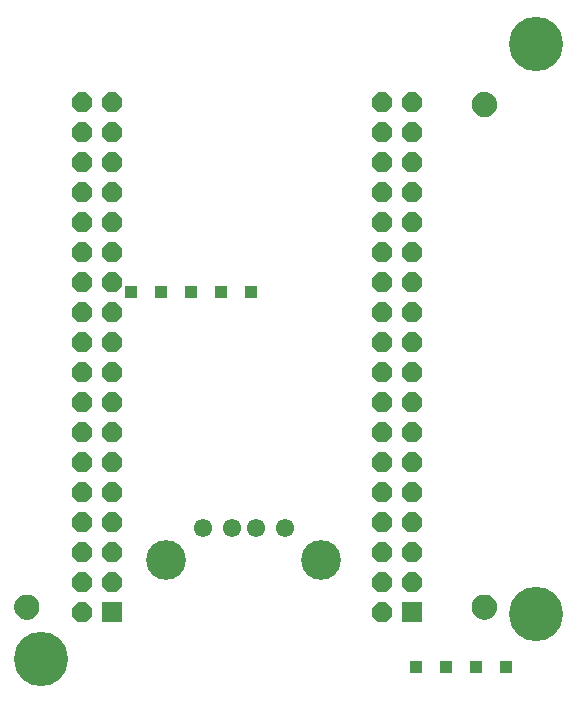
<source format=gbr>
G04 EAGLE Gerber RS-274X export*
G75*
%MOMM*%
%FSLAX34Y34*%
%LPD*%
%INSoldermask Bottom*%
%IPPOS*%
%AMOC8*
5,1,8,0,0,1.08239X$1,22.5*%
G01*
%ADD10R,1.057200X1.057200*%
%ADD11C,1.552400*%
%ADD12C,3.372400*%
%ADD13R,1.676400X1.676400*%
%ADD14P,1.814519X8X112.500000*%
%ADD15C,4.597400*%
%ADD16C,0.609600*%
%ADD17C,1.168400*%


D10*
X107950Y342900D03*
X133350Y342900D03*
X158750Y342900D03*
X184150Y342900D03*
X209550Y342900D03*
D11*
X168200Y142600D03*
X193200Y142600D03*
X213200Y142600D03*
X238200Y142600D03*
D12*
X137500Y115499D03*
X268900Y115499D03*
D10*
X349250Y25400D03*
X374650Y25400D03*
X400050Y25400D03*
X425450Y25400D03*
D13*
X345700Y71800D03*
D14*
X320300Y71800D03*
X345700Y97200D03*
X320300Y97200D03*
X345700Y122600D03*
X320300Y122600D03*
X345700Y148000D03*
X320300Y148000D03*
X345700Y173400D03*
X320300Y173400D03*
X345700Y198800D03*
X320300Y198800D03*
X345700Y224200D03*
X320300Y224200D03*
X345700Y249600D03*
X320300Y249600D03*
X345700Y275000D03*
X320300Y275000D03*
X345700Y300400D03*
X320300Y300400D03*
X345700Y325800D03*
X320300Y325800D03*
X345700Y351200D03*
X320300Y351200D03*
X345700Y376600D03*
X320300Y376600D03*
X345700Y402000D03*
X320300Y402000D03*
X345700Y427400D03*
X320300Y427400D03*
X345700Y452800D03*
X320300Y452800D03*
X345700Y478200D03*
X320300Y478200D03*
X345700Y503600D03*
X320300Y503600D03*
D13*
X91700Y71800D03*
D14*
X66300Y71800D03*
X91700Y97200D03*
X66300Y97200D03*
X91700Y122600D03*
X66300Y122600D03*
X91700Y148000D03*
X66300Y148000D03*
X91700Y173400D03*
X66300Y173400D03*
X91700Y198800D03*
X66300Y198800D03*
X91700Y224200D03*
X66300Y224200D03*
X91700Y249600D03*
X66300Y249600D03*
X91700Y275000D03*
X66300Y275000D03*
X91700Y300400D03*
X66300Y300400D03*
X91700Y325800D03*
X66300Y325800D03*
X91700Y351200D03*
X66300Y351200D03*
X91700Y376600D03*
X66300Y376600D03*
X91700Y402000D03*
X66300Y402000D03*
X91700Y427400D03*
X66300Y427400D03*
X91700Y452800D03*
X66300Y452800D03*
X91700Y478200D03*
X66300Y478200D03*
X91700Y503600D03*
X66300Y503600D03*
D15*
X31750Y31750D03*
X450850Y69850D03*
X450850Y552450D03*
D16*
X11430Y76200D02*
X11432Y76387D01*
X11439Y76574D01*
X11451Y76761D01*
X11467Y76947D01*
X11487Y77133D01*
X11512Y77318D01*
X11542Y77503D01*
X11576Y77687D01*
X11615Y77870D01*
X11658Y78052D01*
X11706Y78232D01*
X11758Y78412D01*
X11815Y78590D01*
X11875Y78767D01*
X11941Y78942D01*
X12010Y79116D01*
X12084Y79288D01*
X12162Y79458D01*
X12244Y79626D01*
X12330Y79792D01*
X12420Y79956D01*
X12514Y80117D01*
X12612Y80277D01*
X12714Y80433D01*
X12820Y80588D01*
X12930Y80739D01*
X13043Y80888D01*
X13160Y81034D01*
X13280Y81177D01*
X13404Y81317D01*
X13531Y81454D01*
X13662Y81588D01*
X13796Y81719D01*
X13933Y81846D01*
X14073Y81970D01*
X14216Y82090D01*
X14362Y82207D01*
X14511Y82320D01*
X14662Y82430D01*
X14817Y82536D01*
X14973Y82638D01*
X15133Y82736D01*
X15294Y82830D01*
X15458Y82920D01*
X15624Y83006D01*
X15792Y83088D01*
X15962Y83166D01*
X16134Y83240D01*
X16308Y83309D01*
X16483Y83375D01*
X16660Y83435D01*
X16838Y83492D01*
X17018Y83544D01*
X17198Y83592D01*
X17380Y83635D01*
X17563Y83674D01*
X17747Y83708D01*
X17932Y83738D01*
X18117Y83763D01*
X18303Y83783D01*
X18489Y83799D01*
X18676Y83811D01*
X18863Y83818D01*
X19050Y83820D01*
X19237Y83818D01*
X19424Y83811D01*
X19611Y83799D01*
X19797Y83783D01*
X19983Y83763D01*
X20168Y83738D01*
X20353Y83708D01*
X20537Y83674D01*
X20720Y83635D01*
X20902Y83592D01*
X21082Y83544D01*
X21262Y83492D01*
X21440Y83435D01*
X21617Y83375D01*
X21792Y83309D01*
X21966Y83240D01*
X22138Y83166D01*
X22308Y83088D01*
X22476Y83006D01*
X22642Y82920D01*
X22806Y82830D01*
X22967Y82736D01*
X23127Y82638D01*
X23283Y82536D01*
X23438Y82430D01*
X23589Y82320D01*
X23738Y82207D01*
X23884Y82090D01*
X24027Y81970D01*
X24167Y81846D01*
X24304Y81719D01*
X24438Y81588D01*
X24569Y81454D01*
X24696Y81317D01*
X24820Y81177D01*
X24940Y81034D01*
X25057Y80888D01*
X25170Y80739D01*
X25280Y80588D01*
X25386Y80433D01*
X25488Y80277D01*
X25586Y80117D01*
X25680Y79956D01*
X25770Y79792D01*
X25856Y79626D01*
X25938Y79458D01*
X26016Y79288D01*
X26090Y79116D01*
X26159Y78942D01*
X26225Y78767D01*
X26285Y78590D01*
X26342Y78412D01*
X26394Y78232D01*
X26442Y78052D01*
X26485Y77870D01*
X26524Y77687D01*
X26558Y77503D01*
X26588Y77318D01*
X26613Y77133D01*
X26633Y76947D01*
X26649Y76761D01*
X26661Y76574D01*
X26668Y76387D01*
X26670Y76200D01*
X26668Y76013D01*
X26661Y75826D01*
X26649Y75639D01*
X26633Y75453D01*
X26613Y75267D01*
X26588Y75082D01*
X26558Y74897D01*
X26524Y74713D01*
X26485Y74530D01*
X26442Y74348D01*
X26394Y74168D01*
X26342Y73988D01*
X26285Y73810D01*
X26225Y73633D01*
X26159Y73458D01*
X26090Y73284D01*
X26016Y73112D01*
X25938Y72942D01*
X25856Y72774D01*
X25770Y72608D01*
X25680Y72444D01*
X25586Y72283D01*
X25488Y72123D01*
X25386Y71967D01*
X25280Y71812D01*
X25170Y71661D01*
X25057Y71512D01*
X24940Y71366D01*
X24820Y71223D01*
X24696Y71083D01*
X24569Y70946D01*
X24438Y70812D01*
X24304Y70681D01*
X24167Y70554D01*
X24027Y70430D01*
X23884Y70310D01*
X23738Y70193D01*
X23589Y70080D01*
X23438Y69970D01*
X23283Y69864D01*
X23127Y69762D01*
X22967Y69664D01*
X22806Y69570D01*
X22642Y69480D01*
X22476Y69394D01*
X22308Y69312D01*
X22138Y69234D01*
X21966Y69160D01*
X21792Y69091D01*
X21617Y69025D01*
X21440Y68965D01*
X21262Y68908D01*
X21082Y68856D01*
X20902Y68808D01*
X20720Y68765D01*
X20537Y68726D01*
X20353Y68692D01*
X20168Y68662D01*
X19983Y68637D01*
X19797Y68617D01*
X19611Y68601D01*
X19424Y68589D01*
X19237Y68582D01*
X19050Y68580D01*
X18863Y68582D01*
X18676Y68589D01*
X18489Y68601D01*
X18303Y68617D01*
X18117Y68637D01*
X17932Y68662D01*
X17747Y68692D01*
X17563Y68726D01*
X17380Y68765D01*
X17198Y68808D01*
X17018Y68856D01*
X16838Y68908D01*
X16660Y68965D01*
X16483Y69025D01*
X16308Y69091D01*
X16134Y69160D01*
X15962Y69234D01*
X15792Y69312D01*
X15624Y69394D01*
X15458Y69480D01*
X15294Y69570D01*
X15133Y69664D01*
X14973Y69762D01*
X14817Y69864D01*
X14662Y69970D01*
X14511Y70080D01*
X14362Y70193D01*
X14216Y70310D01*
X14073Y70430D01*
X13933Y70554D01*
X13796Y70681D01*
X13662Y70812D01*
X13531Y70946D01*
X13404Y71083D01*
X13280Y71223D01*
X13160Y71366D01*
X13043Y71512D01*
X12930Y71661D01*
X12820Y71812D01*
X12714Y71967D01*
X12612Y72123D01*
X12514Y72283D01*
X12420Y72444D01*
X12330Y72608D01*
X12244Y72774D01*
X12162Y72942D01*
X12084Y73112D01*
X12010Y73284D01*
X11941Y73458D01*
X11875Y73633D01*
X11815Y73810D01*
X11758Y73988D01*
X11706Y74168D01*
X11658Y74348D01*
X11615Y74530D01*
X11576Y74713D01*
X11542Y74897D01*
X11512Y75082D01*
X11487Y75267D01*
X11467Y75453D01*
X11451Y75639D01*
X11439Y75826D01*
X11432Y76013D01*
X11430Y76200D01*
D17*
X19050Y76200D03*
D16*
X398780Y76200D02*
X398782Y76387D01*
X398789Y76574D01*
X398801Y76761D01*
X398817Y76947D01*
X398837Y77133D01*
X398862Y77318D01*
X398892Y77503D01*
X398926Y77687D01*
X398965Y77870D01*
X399008Y78052D01*
X399056Y78232D01*
X399108Y78412D01*
X399165Y78590D01*
X399225Y78767D01*
X399291Y78942D01*
X399360Y79116D01*
X399434Y79288D01*
X399512Y79458D01*
X399594Y79626D01*
X399680Y79792D01*
X399770Y79956D01*
X399864Y80117D01*
X399962Y80277D01*
X400064Y80433D01*
X400170Y80588D01*
X400280Y80739D01*
X400393Y80888D01*
X400510Y81034D01*
X400630Y81177D01*
X400754Y81317D01*
X400881Y81454D01*
X401012Y81588D01*
X401146Y81719D01*
X401283Y81846D01*
X401423Y81970D01*
X401566Y82090D01*
X401712Y82207D01*
X401861Y82320D01*
X402012Y82430D01*
X402167Y82536D01*
X402323Y82638D01*
X402483Y82736D01*
X402644Y82830D01*
X402808Y82920D01*
X402974Y83006D01*
X403142Y83088D01*
X403312Y83166D01*
X403484Y83240D01*
X403658Y83309D01*
X403833Y83375D01*
X404010Y83435D01*
X404188Y83492D01*
X404368Y83544D01*
X404548Y83592D01*
X404730Y83635D01*
X404913Y83674D01*
X405097Y83708D01*
X405282Y83738D01*
X405467Y83763D01*
X405653Y83783D01*
X405839Y83799D01*
X406026Y83811D01*
X406213Y83818D01*
X406400Y83820D01*
X406587Y83818D01*
X406774Y83811D01*
X406961Y83799D01*
X407147Y83783D01*
X407333Y83763D01*
X407518Y83738D01*
X407703Y83708D01*
X407887Y83674D01*
X408070Y83635D01*
X408252Y83592D01*
X408432Y83544D01*
X408612Y83492D01*
X408790Y83435D01*
X408967Y83375D01*
X409142Y83309D01*
X409316Y83240D01*
X409488Y83166D01*
X409658Y83088D01*
X409826Y83006D01*
X409992Y82920D01*
X410156Y82830D01*
X410317Y82736D01*
X410477Y82638D01*
X410633Y82536D01*
X410788Y82430D01*
X410939Y82320D01*
X411088Y82207D01*
X411234Y82090D01*
X411377Y81970D01*
X411517Y81846D01*
X411654Y81719D01*
X411788Y81588D01*
X411919Y81454D01*
X412046Y81317D01*
X412170Y81177D01*
X412290Y81034D01*
X412407Y80888D01*
X412520Y80739D01*
X412630Y80588D01*
X412736Y80433D01*
X412838Y80277D01*
X412936Y80117D01*
X413030Y79956D01*
X413120Y79792D01*
X413206Y79626D01*
X413288Y79458D01*
X413366Y79288D01*
X413440Y79116D01*
X413509Y78942D01*
X413575Y78767D01*
X413635Y78590D01*
X413692Y78412D01*
X413744Y78232D01*
X413792Y78052D01*
X413835Y77870D01*
X413874Y77687D01*
X413908Y77503D01*
X413938Y77318D01*
X413963Y77133D01*
X413983Y76947D01*
X413999Y76761D01*
X414011Y76574D01*
X414018Y76387D01*
X414020Y76200D01*
X414018Y76013D01*
X414011Y75826D01*
X413999Y75639D01*
X413983Y75453D01*
X413963Y75267D01*
X413938Y75082D01*
X413908Y74897D01*
X413874Y74713D01*
X413835Y74530D01*
X413792Y74348D01*
X413744Y74168D01*
X413692Y73988D01*
X413635Y73810D01*
X413575Y73633D01*
X413509Y73458D01*
X413440Y73284D01*
X413366Y73112D01*
X413288Y72942D01*
X413206Y72774D01*
X413120Y72608D01*
X413030Y72444D01*
X412936Y72283D01*
X412838Y72123D01*
X412736Y71967D01*
X412630Y71812D01*
X412520Y71661D01*
X412407Y71512D01*
X412290Y71366D01*
X412170Y71223D01*
X412046Y71083D01*
X411919Y70946D01*
X411788Y70812D01*
X411654Y70681D01*
X411517Y70554D01*
X411377Y70430D01*
X411234Y70310D01*
X411088Y70193D01*
X410939Y70080D01*
X410788Y69970D01*
X410633Y69864D01*
X410477Y69762D01*
X410317Y69664D01*
X410156Y69570D01*
X409992Y69480D01*
X409826Y69394D01*
X409658Y69312D01*
X409488Y69234D01*
X409316Y69160D01*
X409142Y69091D01*
X408967Y69025D01*
X408790Y68965D01*
X408612Y68908D01*
X408432Y68856D01*
X408252Y68808D01*
X408070Y68765D01*
X407887Y68726D01*
X407703Y68692D01*
X407518Y68662D01*
X407333Y68637D01*
X407147Y68617D01*
X406961Y68601D01*
X406774Y68589D01*
X406587Y68582D01*
X406400Y68580D01*
X406213Y68582D01*
X406026Y68589D01*
X405839Y68601D01*
X405653Y68617D01*
X405467Y68637D01*
X405282Y68662D01*
X405097Y68692D01*
X404913Y68726D01*
X404730Y68765D01*
X404548Y68808D01*
X404368Y68856D01*
X404188Y68908D01*
X404010Y68965D01*
X403833Y69025D01*
X403658Y69091D01*
X403484Y69160D01*
X403312Y69234D01*
X403142Y69312D01*
X402974Y69394D01*
X402808Y69480D01*
X402644Y69570D01*
X402483Y69664D01*
X402323Y69762D01*
X402167Y69864D01*
X402012Y69970D01*
X401861Y70080D01*
X401712Y70193D01*
X401566Y70310D01*
X401423Y70430D01*
X401283Y70554D01*
X401146Y70681D01*
X401012Y70812D01*
X400881Y70946D01*
X400754Y71083D01*
X400630Y71223D01*
X400510Y71366D01*
X400393Y71512D01*
X400280Y71661D01*
X400170Y71812D01*
X400064Y71967D01*
X399962Y72123D01*
X399864Y72283D01*
X399770Y72444D01*
X399680Y72608D01*
X399594Y72774D01*
X399512Y72942D01*
X399434Y73112D01*
X399360Y73284D01*
X399291Y73458D01*
X399225Y73633D01*
X399165Y73810D01*
X399108Y73988D01*
X399056Y74168D01*
X399008Y74348D01*
X398965Y74530D01*
X398926Y74713D01*
X398892Y74897D01*
X398862Y75082D01*
X398837Y75267D01*
X398817Y75453D01*
X398801Y75639D01*
X398789Y75826D01*
X398782Y76013D01*
X398780Y76200D01*
D17*
X406400Y76200D03*
D16*
X398780Y501650D02*
X398782Y501837D01*
X398789Y502024D01*
X398801Y502211D01*
X398817Y502397D01*
X398837Y502583D01*
X398862Y502768D01*
X398892Y502953D01*
X398926Y503137D01*
X398965Y503320D01*
X399008Y503502D01*
X399056Y503682D01*
X399108Y503862D01*
X399165Y504040D01*
X399225Y504217D01*
X399291Y504392D01*
X399360Y504566D01*
X399434Y504738D01*
X399512Y504908D01*
X399594Y505076D01*
X399680Y505242D01*
X399770Y505406D01*
X399864Y505567D01*
X399962Y505727D01*
X400064Y505883D01*
X400170Y506038D01*
X400280Y506189D01*
X400393Y506338D01*
X400510Y506484D01*
X400630Y506627D01*
X400754Y506767D01*
X400881Y506904D01*
X401012Y507038D01*
X401146Y507169D01*
X401283Y507296D01*
X401423Y507420D01*
X401566Y507540D01*
X401712Y507657D01*
X401861Y507770D01*
X402012Y507880D01*
X402167Y507986D01*
X402323Y508088D01*
X402483Y508186D01*
X402644Y508280D01*
X402808Y508370D01*
X402974Y508456D01*
X403142Y508538D01*
X403312Y508616D01*
X403484Y508690D01*
X403658Y508759D01*
X403833Y508825D01*
X404010Y508885D01*
X404188Y508942D01*
X404368Y508994D01*
X404548Y509042D01*
X404730Y509085D01*
X404913Y509124D01*
X405097Y509158D01*
X405282Y509188D01*
X405467Y509213D01*
X405653Y509233D01*
X405839Y509249D01*
X406026Y509261D01*
X406213Y509268D01*
X406400Y509270D01*
X406587Y509268D01*
X406774Y509261D01*
X406961Y509249D01*
X407147Y509233D01*
X407333Y509213D01*
X407518Y509188D01*
X407703Y509158D01*
X407887Y509124D01*
X408070Y509085D01*
X408252Y509042D01*
X408432Y508994D01*
X408612Y508942D01*
X408790Y508885D01*
X408967Y508825D01*
X409142Y508759D01*
X409316Y508690D01*
X409488Y508616D01*
X409658Y508538D01*
X409826Y508456D01*
X409992Y508370D01*
X410156Y508280D01*
X410317Y508186D01*
X410477Y508088D01*
X410633Y507986D01*
X410788Y507880D01*
X410939Y507770D01*
X411088Y507657D01*
X411234Y507540D01*
X411377Y507420D01*
X411517Y507296D01*
X411654Y507169D01*
X411788Y507038D01*
X411919Y506904D01*
X412046Y506767D01*
X412170Y506627D01*
X412290Y506484D01*
X412407Y506338D01*
X412520Y506189D01*
X412630Y506038D01*
X412736Y505883D01*
X412838Y505727D01*
X412936Y505567D01*
X413030Y505406D01*
X413120Y505242D01*
X413206Y505076D01*
X413288Y504908D01*
X413366Y504738D01*
X413440Y504566D01*
X413509Y504392D01*
X413575Y504217D01*
X413635Y504040D01*
X413692Y503862D01*
X413744Y503682D01*
X413792Y503502D01*
X413835Y503320D01*
X413874Y503137D01*
X413908Y502953D01*
X413938Y502768D01*
X413963Y502583D01*
X413983Y502397D01*
X413999Y502211D01*
X414011Y502024D01*
X414018Y501837D01*
X414020Y501650D01*
X414018Y501463D01*
X414011Y501276D01*
X413999Y501089D01*
X413983Y500903D01*
X413963Y500717D01*
X413938Y500532D01*
X413908Y500347D01*
X413874Y500163D01*
X413835Y499980D01*
X413792Y499798D01*
X413744Y499618D01*
X413692Y499438D01*
X413635Y499260D01*
X413575Y499083D01*
X413509Y498908D01*
X413440Y498734D01*
X413366Y498562D01*
X413288Y498392D01*
X413206Y498224D01*
X413120Y498058D01*
X413030Y497894D01*
X412936Y497733D01*
X412838Y497573D01*
X412736Y497417D01*
X412630Y497262D01*
X412520Y497111D01*
X412407Y496962D01*
X412290Y496816D01*
X412170Y496673D01*
X412046Y496533D01*
X411919Y496396D01*
X411788Y496262D01*
X411654Y496131D01*
X411517Y496004D01*
X411377Y495880D01*
X411234Y495760D01*
X411088Y495643D01*
X410939Y495530D01*
X410788Y495420D01*
X410633Y495314D01*
X410477Y495212D01*
X410317Y495114D01*
X410156Y495020D01*
X409992Y494930D01*
X409826Y494844D01*
X409658Y494762D01*
X409488Y494684D01*
X409316Y494610D01*
X409142Y494541D01*
X408967Y494475D01*
X408790Y494415D01*
X408612Y494358D01*
X408432Y494306D01*
X408252Y494258D01*
X408070Y494215D01*
X407887Y494176D01*
X407703Y494142D01*
X407518Y494112D01*
X407333Y494087D01*
X407147Y494067D01*
X406961Y494051D01*
X406774Y494039D01*
X406587Y494032D01*
X406400Y494030D01*
X406213Y494032D01*
X406026Y494039D01*
X405839Y494051D01*
X405653Y494067D01*
X405467Y494087D01*
X405282Y494112D01*
X405097Y494142D01*
X404913Y494176D01*
X404730Y494215D01*
X404548Y494258D01*
X404368Y494306D01*
X404188Y494358D01*
X404010Y494415D01*
X403833Y494475D01*
X403658Y494541D01*
X403484Y494610D01*
X403312Y494684D01*
X403142Y494762D01*
X402974Y494844D01*
X402808Y494930D01*
X402644Y495020D01*
X402483Y495114D01*
X402323Y495212D01*
X402167Y495314D01*
X402012Y495420D01*
X401861Y495530D01*
X401712Y495643D01*
X401566Y495760D01*
X401423Y495880D01*
X401283Y496004D01*
X401146Y496131D01*
X401012Y496262D01*
X400881Y496396D01*
X400754Y496533D01*
X400630Y496673D01*
X400510Y496816D01*
X400393Y496962D01*
X400280Y497111D01*
X400170Y497262D01*
X400064Y497417D01*
X399962Y497573D01*
X399864Y497733D01*
X399770Y497894D01*
X399680Y498058D01*
X399594Y498224D01*
X399512Y498392D01*
X399434Y498562D01*
X399360Y498734D01*
X399291Y498908D01*
X399225Y499083D01*
X399165Y499260D01*
X399108Y499438D01*
X399056Y499618D01*
X399008Y499798D01*
X398965Y499980D01*
X398926Y500163D01*
X398892Y500347D01*
X398862Y500532D01*
X398837Y500717D01*
X398817Y500903D01*
X398801Y501089D01*
X398789Y501276D01*
X398782Y501463D01*
X398780Y501650D01*
D17*
X406400Y501650D03*
M02*

</source>
